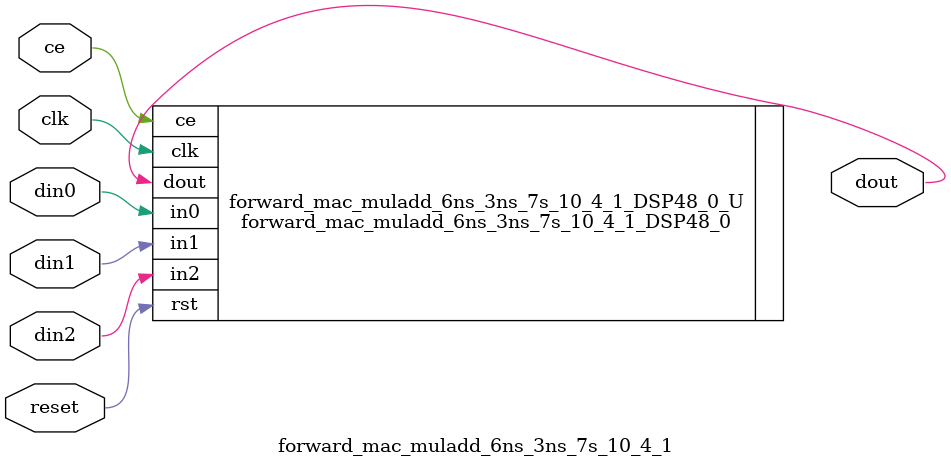
<source format=v>
module forward_mac_muladd_6ns_3ns_7s_10_4_1(clk,reset,ce,din0,din1,din2,dout); 
parameter ID = 32'd1;
parameter NUM_STAGE = 32'd1;
parameter din0_WIDTH = 32'd1;
parameter din1_WIDTH = 32'd1;
parameter din2_WIDTH = 32'd1;
parameter dout_WIDTH = 32'd1;
input clk;
input reset;
input ce;
input[din0_WIDTH - 1:0] din0;
input[din1_WIDTH - 1:0] din1;
input[din2_WIDTH - 1:0] din2;
output[dout_WIDTH - 1:0] dout;
forward_mac_muladd_6ns_3ns_7s_10_4_1_DSP48_0 forward_mac_muladd_6ns_3ns_7s_10_4_1_DSP48_0_U(.clk( clk ),.rst( reset ),.ce( ce ),.in0( din0 ),.in1( din1 ),.in2( din2 ),.dout( dout ));
endmodule
</source>
